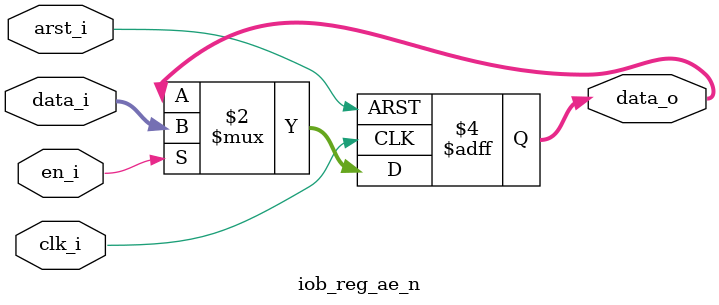
<source format=v>
`timescale 1ns / 1ps

module iob_reg_ae_n
  #(
    parameter DATA_W = 0,
    parameter RST_VAL = 0
    )
   (
    input                   clk_i,
    input                   arst_i,
    input                   en_i,
    input [DATA_W-1:0]      data_i,
    output reg [DATA_W-1:0] data_o
    );

   // prevent width mismatch
   localparam [DATA_W-1:0] RST_VAL_INT = RST_VAL;
   
   always @(negedge clk_i, posedge arst_i) begin
      if (arst_i) begin
         data_o <= RST_VAL_INT;
      end else if (en_i) begin
         data_o <= data_i;
      end
   end

endmodule

</source>
